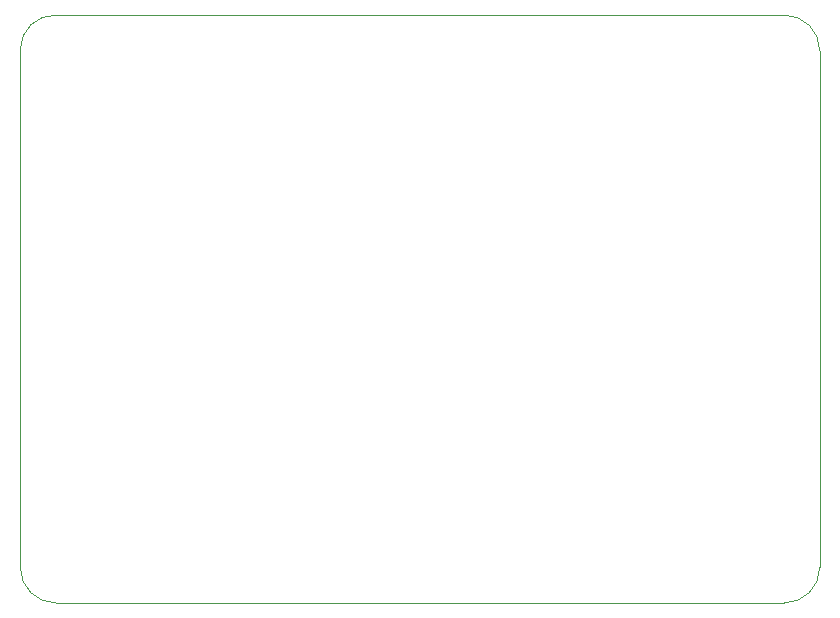
<source format=gm1>
G04 #@! TF.GenerationSoftware,KiCad,Pcbnew,(6.0.11)*
G04 #@! TF.CreationDate,2023-05-24T19:33:28+02:00*
G04 #@! TF.ProjectId,an2can,616e3263-616e-42e6-9b69-6361645f7063,V0*
G04 #@! TF.SameCoordinates,Original*
G04 #@! TF.FileFunction,Profile,NP*
%FSLAX46Y46*%
G04 Gerber Fmt 4.6, Leading zero omitted, Abs format (unit mm)*
G04 Created by KiCad (PCBNEW (6.0.11)) date 2023-05-24 19:33:28*
%MOMM*%
%LPD*%
G01*
G04 APERTURE LIST*
G04 #@! TA.AperFunction,Profile*
%ADD10C,0.050000*%
G04 #@! TD*
G04 APERTURE END LIST*
D10*
X129921000Y-68913000D02*
G75*
G03*
X126921000Y-65913000I-3000000J0D01*
G01*
X65276000Y-65913000D02*
X126921000Y-65913000D01*
X65276002Y-65912963D02*
G75*
G03*
X62230000Y-68834000I-122402J-2921037D01*
G01*
X62230000Y-68834000D02*
X62230000Y-112686680D01*
X129921000Y-112677000D02*
X129921000Y-68913000D01*
X62230020Y-112686680D02*
G75*
G03*
X65230000Y-115686680I2999980J-20D01*
G01*
X126921000Y-115677000D02*
G75*
G03*
X129921000Y-112677000I0J3000000D01*
G01*
X126921000Y-115677000D02*
X65230000Y-115686680D01*
M02*

</source>
